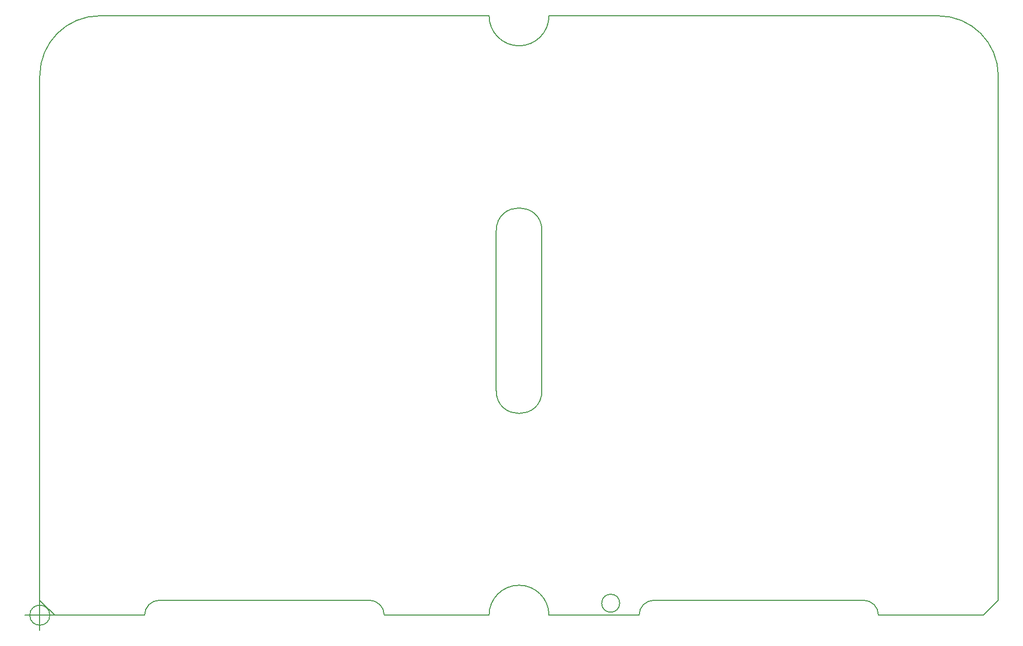
<source format=gbr>
G04 #@! TF.GenerationSoftware,KiCad,Pcbnew,5.0.2-bee76a0~70~ubuntu18.04.1*
G04 #@! TF.CreationDate,2019-05-15T21:37:28+02:00*
G04 #@! TF.ProjectId,networkScanner,6e657477-6f72-46b5-9363-616e6e65722e,rev?*
G04 #@! TF.SameCoordinates,Original*
G04 #@! TF.FileFunction,Profile,NP*
%FSLAX46Y46*%
G04 Gerber Fmt 4.6, Leading zero omitted, Abs format (unit mm)*
G04 Created by KiCad (PCBNEW 5.0.2-bee76a0~70~ubuntu18.04.1) date Mi 15 Mai 2019 21:37:28 CEST*
%MOMM*%
%LPD*%
G01*
G04 APERTURE LIST*
%ADD10C,0.150000*%
G04 APERTURE END LIST*
D10*
X187500000Y-147500000D02*
G75*
G02X190000000Y-149960320I0J-2500320D01*
G01*
X150039680Y-150000000D02*
G75*
G02X152500000Y-147500000I2500320J0D01*
G01*
X105000000Y-147500000D02*
G75*
G02X107500000Y-149960320I0J-2500320D01*
G01*
X67500000Y-150000000D02*
G75*
G02X69960320Y-147500000I2500320J0D01*
G01*
X126200000Y-85865000D02*
G75*
G02X133820000Y-85865000I3810000J0D01*
G01*
X133820000Y-112535000D02*
G75*
G02X126200000Y-112535000I-3810000J0D01*
G01*
X210000000Y-147500000D02*
X207500000Y-150000000D01*
X52500000Y-150000000D02*
X50000000Y-147500000D01*
X135000000Y-150000000D02*
X150000000Y-150000000D01*
X107500000Y-150000000D02*
X125000000Y-150000000D01*
X152500000Y-147500000D02*
X187500000Y-147500000D01*
X70000000Y-147500000D02*
X105000000Y-147500000D01*
X133820000Y-112535000D02*
X133820000Y-85865000D01*
X126200000Y-85865000D02*
X126200000Y-112535000D01*
X200000000Y-50000000D02*
X135000000Y-50000000D01*
X135000000Y-50000000D02*
G75*
G02X125000000Y-50000000I-5000000J0D01*
G01*
X207500000Y-150000000D02*
X190000000Y-150000000D01*
X125000000Y-150000000D02*
G75*
G02X135000000Y-150000000I5000000J0D01*
G01*
X146800000Y-148000000D02*
G75*
G03X146800000Y-148000000I-1500000J0D01*
G01*
X50000000Y-60000000D02*
G75*
G02X60000000Y-50000000I10000000J0D01*
G01*
X200000000Y-50000000D02*
G75*
G02X210000000Y-60000000I0J-10000000D01*
G01*
X51666666Y-150000000D02*
G75*
G03X51666666Y-150000000I-1666666J0D01*
G01*
X47500000Y-150000000D02*
X52500000Y-150000000D01*
X50000000Y-147500000D02*
X50000000Y-152500000D01*
X52500000Y-150000000D02*
X67500000Y-150000000D01*
X60000000Y-50000000D02*
X125000000Y-50000000D01*
X210000000Y-60000000D02*
X210000000Y-147500000D01*
X50000000Y-60000000D02*
X50000000Y-147500000D01*
M02*

</source>
